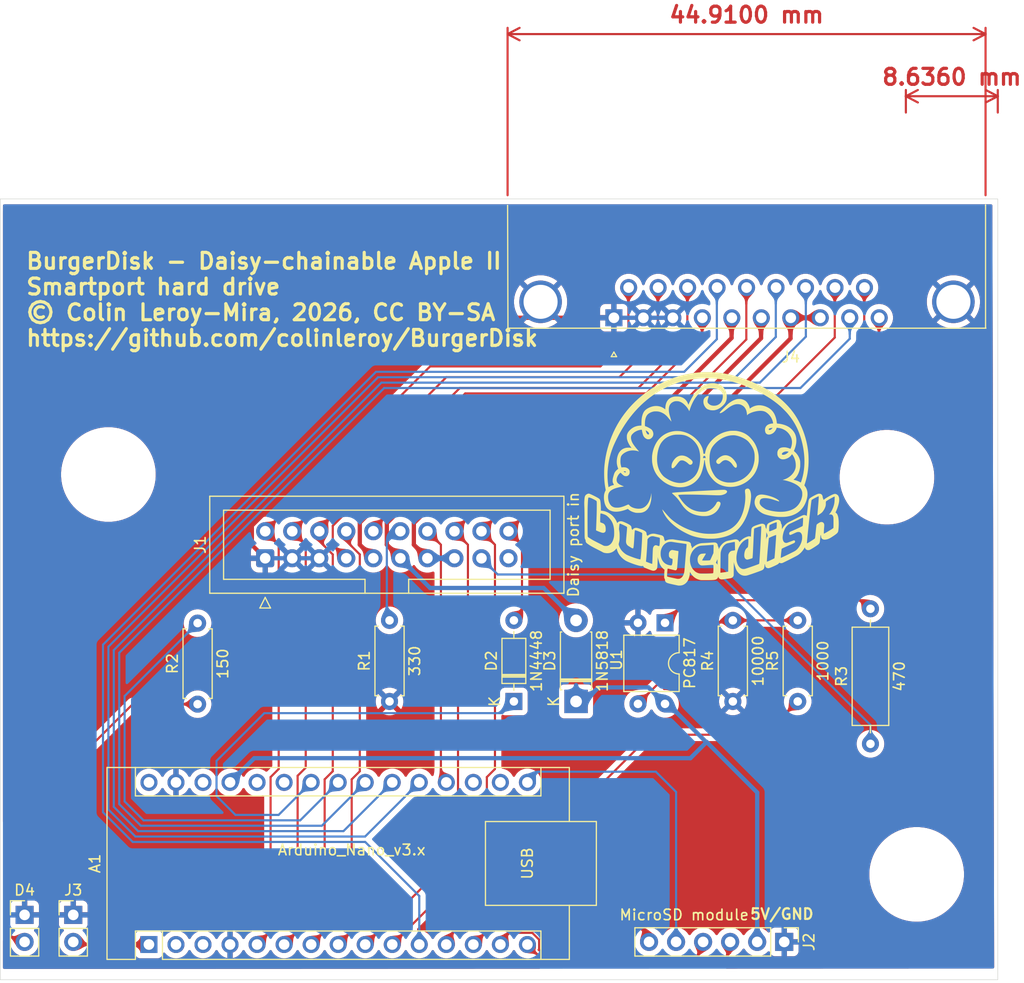
<source format=kicad_pcb>
(kicad_pcb (version 20241229) (generator "pcbnew") (generator_version "9.0")
  (layers (0 "F.Cu" signal) (2 "B.Cu" signal) (13 "F.Paste" user) (15 "B.Paste" user) (5 "F.SilkS" user "F.Silkscreen") (7 "B.SilkS" user "B.Silkscreen") (1 "F.Mask" user) (3 "B.Mask" user) (25 "Edge.Cuts" user))
  (net 0 "")
  (net 1 "TX")
  (net 2 "GND")
  (net 3 "PH0")
  (net 4 "PH1")
  (net 5 "PH2")
  (net 6 "PH3_in")
  (net 7 "RDDATA_in")
  (net 8 "WRDATA")
  (net 9 "PH3_out")
  (net 10 "DRV2_burgerDisk")
  (net 11 "CS")
  (net 12 "MOSI")
  (net 13 "MISO")
  (net 14 "SCK")
  (net 15 "DRV1_in")
  (net 16 "HDSEL_out")
  (net 17 "DRV1_out")
  (net 18 "DRV2_out")
  (net 19 "WRPROT_in")
  (net 20 "5V_burgerDisk")
  (net 21 "WRPROT_out")
  (net 22 "5V_apple2")
  (net 23 "EN3.5")
  (net 24 "-12V")
  (net 25 "+12V")
  (net 26 "DRV2_in")
  (net 27 "WREQ")
  (net 37 "Net-(R3-Pad2)")
  (net 38 "Net-(R4-Pad2)")
  (net 39 "HDSEL_in")
  (net 40 "Net-(D4-A)")
  (net 41 "Net-(A1-A4)")
  (footprint "DSUB-19-angled:DSUB-19_Female_Horizontal_MXS82009-8251-9246" (layer "F.Cu") (at 128.524 49.022 180)
    (property "Reference" "J4" (at -16.62 -3.7 180) (layer "F.SilkS"))
    (property "Value" "Daisy port out")
    (pad "0" thru_hole circle (at -31.9 1.5 180) (size 4 4) (drill 3.2) (layers "*.Cu" "*.Mask") (net 2 "GND"))
    (pad "0" thru_hole circle (at 6.89 1.5 180) (size 4 4) (drill 3.2) (layers "*.Cu" "*.Mask") (net 2 "GND"))
    (pad "1" thru_hole rect (at 0 0 180) (size 1.6 1.6) (drill 1) (layers "*.Cu" "*.Mask") (net 2 "GND"))
    (pad "2" thru_hole circle (at -2.77 0 180) (size 1.6 1.6) (drill 1) (layers "*.Cu" "*.Mask") (net 2 "GND"))
    (pad "3" thru_hole circle (at -5.54 0 180) (size 1.6 1.6) (drill 1) (layers "*.Cu" "*.Mask") (net 2 "GND"))
    (pad "4" thru_hole circle (at -8.31 0 180) (size 1.6 1.6) (drill 1) (layers "*.Cu" "*.Mask") (net 23 "EN3.5"))
    (pad "5" thru_hole circle (at -11.08 0 180) (size 1.6 1.6) (drill 1) (layers "*.Cu" "*.Mask") (net 24 "-12V"))
    (pad "6" thru_hole circle (at -13.85 0 180) (size 1.6 1.6) (drill 1) (layers "*.Cu" "*.Mask") (net 22 "5V_apple2"))
    (pad "7" thru_hole circle (at -16.62 0 180) (size 1.6 1.6) (drill 1) (layers "*.Cu" "*.Mask") (net 25 "+12V"))
    (pad "8" thru_hole circle (at -19.39 0 180) (size 1.6 1.6) (drill 1) (layers "*.Cu" "*.Mask") (net 25 "+12V"))
    (pad "9" thru_hole circle (at -22.16 0 180) (size 1.6 1.6) (drill 1) (layers "*.Cu" "*.Mask") (net 18 "DRV2_out"))
    (pad "10" thru_hole circle (at -24.93 0 180) (size 1.6 1.6) (drill 1) (layers "*.Cu" "*.Mask") (net 21 "WRPROT_out"))
    (pad "11" thru_hole circle (at -1.385 2.84 180) (size 1.6 1.6) (drill 1) (layers "*.Cu" "*.Mask") (net 3 "PH0"))
    (pad "12" thru_hole circle (at -4.155 2.84 180) (size 1.6 1.6) (drill 1) (layers "*.Cu" "*.Mask") (net 4 "PH1"))
    (pad "13" thru_hole circle (at -6.925 2.84 180) (size 1.6 1.6) (drill 1) (layers "*.Cu" "*.Mask") (net 5 "PH2"))
    (pad "14" thru_hole circle (at -9.695 2.84 180) (size 1.6 1.6) (drill 1) (layers "*.Cu" "*.Mask") (net 9 "PH3_out"))
    (pad "15" thru_hole circle (at -12.465 2.84 180) (size 1.6 1.6) (drill 1) (layers "*.Cu" "*.Mask") (net 27 "WREQ"))
    (pad "16" thru_hole circle (at -15.235 2.84 180) (size 1.6 1.6) (drill 1) (layers "*.Cu" "*.Mask") (net 16 "HDSEL_out"))
    (pad "17" thru_hole circle (at -18.005 2.84 180) (size 1.6 1.6) (drill 1) (layers "*.Cu" "*.Mask") (net 17 "DRV1_out"))
    (pad "18" thru_hole circle (at -20.775 2.84 180) (size 1.6 1.6) (drill 1) (layers "*.Cu" "*.Mask") (net 7 "RDDATA_in"))
    (pad "19" thru_hole circle (at -23.545 2.84 180) (size 1.6 1.6) (drill 1) (layers "*.Cu" "*.Mask") (net 8 "WRDATA"))
  )
  (footprint "Diode_THT:D_DO-41_SOD81_P7.62mm_Horizontal" (layer "F.Cu") (at 124.968 85.09 90)
    (property "Reference" "D3" (at 3.81 -2.47 90) (layer "F.SilkS"))
    (property "Value" "1N5818" (at 3.81 2.47 90) (layer "F.SilkS"))
    (fp_text user "K" (at 0 -2.1 90) (layer "F.SilkS"))
    (pad "1" thru_hole rect (at 0 0 90) (size 2.2 2.2) (drill 1.1) (layers "*.Cu" "*.Mask") (net 20 "5V_burgerDisk"))
    (pad "2" thru_hole oval (at 7.62 0 90) (size 2.2 2.2) (drill 1.1) (layers "*.Cu" "*.Mask") (net 22 "5V_apple2"))
  )
  (footprint "Package_DIP:DIP-4_W7.62mm" (layer "F.Cu") (at 133.3246 77.6986 -90)
    (property "Reference" "U1" (at 3.4914 4.5546 90) (layer "F.SilkS"))
    (property "Value" "PC817" (at 3.7914 -2.3254 90) (layer "F.SilkS"))
    (pad "1" thru_hole rect (at 0 0 270) (size 1.6 1.6) (drill 0.8) (layers "*.Cu" "*.Mask") (net 37 "Net-(R3-Pad2)"))
    (pad "2" thru_hole oval (at 0 2.54 270) (size 1.6 1.6) (drill 0.8) (layers "*.Cu" "*.Mask") (net 2 "GND"))
    (pad "3" thru_hole oval (at 7.62 2.54 270) (size 1.6 1.6) (drill 0.8) (layers "*.Cu" "*.Mask") (net 38 "Net-(R4-Pad2)"))
    (pad "4" thru_hole oval (at 7.62 0 270) (size 1.6 1.6) (drill 0.8) (layers "*.Cu" "*.Mask") (net 20 "5V_burgerDisk"))
  )
  (footprint "Resistor_THT:R_Axial_DIN0207_L6.3mm_D2.5mm_P7.62mm_Horizontal" (layer "F.Cu") (at 107.442 85.09 90)
    (property "Reference" "R1" (at 3.81 -2.37 90) (layer "F.SilkS"))
    (property "Value" "330" (at 3.81 2.37 90) (layer "F.SilkS"))
    (pad "1" thru_hole circle (at 0 0 90) (size 1.6 1.6) (drill 0.8) (layers "*.Cu" "*.Mask") (net 2 "GND"))
    (pad "2" thru_hole oval (at 7.62 0 90) (size 1.6 1.6) (drill 0.8) (layers "*.Cu" "*.Mask") (net 39 "HDSEL_in"))
  )
  (footprint "Connector_PinHeader_2.54mm:PinHeader_1x02_P2.54mm_Vertical" (layer "F.Cu") (at 73.152 105.156)
    (property "Reference" "D4" (at 0 -2.33 0) (layer "F.SilkS"))
    (property "Value" "LED")
    (pad "1" thru_hole rect (at 0 0) (size 1.7 1.7) (drill 1) (layers "*.Cu" "*.Mask") (net 2 "GND"))
    (pad "2" thru_hole oval (at 0 2.54) (size 1.7 1.7) (drill 1) (layers "*.Cu" "*.Mask") (net 40 "Net-(D4-A)"))
  )
  (footprint "MountingHole:MountingHole_8.4mm_M8" (layer "F.Cu") (at 154.178 64.008)
    (property "Reference" "REF**")
    (property "Value" "MountingHole_8.4mm_M8")
    (pad "" np_thru_hole circle (at 0 0) (size 8.4 8.4) (drill 8.4) (layers "*.Cu" "*.Mask"))
  )
  (footprint "Connector_PinHeader_2.54mm:PinHeader_1x02_P2.54mm_Vertical" (layer "F.Cu") (at 77.724 105.156)
    (property "Reference" "J3" (at 0 -2.33 0) (layer "F.SilkS"))
    (property "Value" "UART")
    (pad "1" thru_hole rect (at 0 0) (size 1.7 1.7) (drill 1) (layers "*.Cu" "*.Mask") (net 2 "GND"))
    (pad "2" thru_hole oval (at 0 2.54) (size 1.7 1.7) (drill 1) (layers "*.Cu" "*.Mask") (net 1 "TX"))
  )
  (footprint "MountingHole:MountingHole_8.4mm_M8" (layer "F.Cu") (at 81.026 63.754)
    (property "Reference" "REF**")
    (property "Value" "MountingHole_8.4mm_M8")
    (pad "" np_thru_hole circle (at 0 0) (size 8.4 8.4) (drill 8.4) (layers "*.Cu" "*.Mask"))
  )
  (footprint "Resistor_THT:R_Axial_DIN0309_L9.0mm_D3.2mm_P12.70mm_Horizontal" (layer "F.Cu") (at 152.6286 89.0778 90)
    (property "Reference" "R3" (at 6.35 -2.72 90) (layer "F.SilkS"))
    (property "Value" "470" (at 6.35 2.72 90) (layer "F.SilkS"))
    (pad "1" thru_hole circle (at 0 0 90) (size 1.6 1.6) (drill 0.8) (layers "*.Cu" "*.Mask") (net 26 "DRV2_in"))
    (pad "2" thru_hole oval (at 12.7 0 90) (size 1.6 1.6) (drill 0.8) (layers "*.Cu" "*.Mask") (net 37 "Net-(R3-Pad2)"))
  )
  (footprint "Resistor_THT:R_Axial_DIN0207_L6.3mm_D2.5mm_P7.62mm_Horizontal" (layer "F.Cu") (at 139.7 85.09 90)
    (property "Reference" "R4" (at 3.81 -2.37 90) (layer "F.SilkS"))
    (property "Value" "10000" (at 3.81 2.37 90) (layer "F.SilkS"))
    (pad "1" thru_hole circle (at 0 0 90) (size 1.6 1.6) (drill 0.8) (layers "*.Cu" "*.Mask") (net 2 "GND"))
    (pad "2" thru_hole oval (at 7.62 0 90) (size 1.6 1.6) (drill 0.8) (layers "*.Cu" "*.Mask") (net 38 "Net-(R4-Pad2)"))
  )
  (footprint "Module:Arduino_Nano" (layer "F.Cu") (at 84.836 107.94 90)
    (property "Reference" "A1" (at 7.62 -5.08 90) (layer "F.SilkS"))
    (property "Value" "Arduino_Nano_v3.x" (at 8.89 19.05 0) (layer "F.SilkS"))
    (fp_text user "USB" (at 7.62 35.56 90) (layer "F.SilkS"))
    (pad "1" thru_hole rect (at 0 0 90) (size 1.6 1.6) (drill 1) (layers "*.Cu" "*.Mask") (net 1 "TX"))
    (pad "2" thru_hole oval (at 0 2.54 90) (size 1.6 1.6) (drill 1) (layers "*.Cu" "*.Mask"))
    (pad "3" thru_hole oval (at 0 5.08 90) (size 1.6 1.6) (drill 1) (layers "*.Cu" "*.Mask"))
    (pad "4" thru_hole oval (at 0 7.62 90) (size 1.6 1.6) (drill 1) (layers "*.Cu" "*.Mask") (net 2 "GND"))
    (pad "5" thru_hole oval (at 0 10.16 90) (size 1.6 1.6) (drill 1) (layers "*.Cu" "*.Mask") (net 3 "PH0"))
    (pad "6" thru_hole oval (at 0 12.7 90) (size 1.6 1.6) (drill 1) (layers "*.Cu" "*.Mask") (net 4 "PH1"))
    (pad "7" thru_hole oval (at 0 15.24 90) (size 1.6 1.6) (drill 1) (layers "*.Cu" "*.Mask") (net 5 "PH2"))
    (pad "8" thru_hole oval (at 0 17.78 90) (size 1.6 1.6) (drill 1) (layers "*.Cu" "*.Mask") (net 6 "PH3_in"))
    (pad "9" thru_hole oval (at 0 20.32 90) (size 1.6 1.6) (drill 1) (layers "*.Cu" "*.Mask") (net 7 "RDDATA_in"))
    (pad "10" thru_hole oval (at 0 22.86 90) (size 1.6 1.6) (drill 1) (layers "*.Cu" "*.Mask") (net 8 "WRDATA"))
    (pad "11" thru_hole oval (at 0 25.4 90) (size 1.6 1.6) (drill 1) (layers "*.Cu" "*.Mask") (net 9 "PH3_out"))
    (pad "12" thru_hole oval (at 0 27.94 90) (size 1.6 1.6) (drill 1) (layers "*.Cu" "*.Mask") (net 10 "DRV2_burgerDisk"))
    (pad "13" thru_hole oval (at 0 30.48 90) (size 1.6 1.6) (drill 1) (layers "*.Cu" "*.Mask") (net 11 "CS"))
    (pad "14" thru_hole oval (at 0 33.02 90) (size 1.6 1.6) (drill 1) (layers "*.Cu" "*.Mask") (net 12 "MOSI"))
    (pad "15" thru_hole oval (at 0 35.56 90) (size 1.6 1.6) (drill 1) (layers "*.Cu" "*.Mask") (net 13 "MISO"))
    (pad "16" thru_hole oval (at 15.24 35.56 90) (size 1.6 1.6) (drill 1) (layers "*.Cu" "*.Mask") (net 14 "SCK"))
    (pad "17" thru_hole oval (at 15.24 33.02 90) (size 1.6 1.6) (drill 1) (layers "*.Cu" "*.Mask"))
    (pad "18" thru_hole oval (at 15.24 30.48 90) (size 1.6 1.6) (drill 1) (layers "*.Cu" "*.Mask"))
    (pad "19" thru_hole oval (at 15.24 27.94 90) (size 1.6 1.6) (drill 1) (layers "*.Cu" "*.Mask") (net 15 "DRV1_in"))
    (pad "20" thru_hole oval (at 15.24 25.4 90) (size 1.6 1.6) (drill 1) (layers "*.Cu" "*.Mask") (net 16 "HDSEL_out"))
    (pad "21" thru_hole oval (at 15.24 22.86 90) (size 1.6 1.6) (drill 1) (layers "*.Cu" "*.Mask") (net 17 "DRV1_out"))
    (pad "22" thru_hole oval (at 15.24 20.32 90) (size 1.6 1.6) (drill 1) (layers "*.Cu" "*.Mask") (net 18 "DRV2_out"))
    (pad "23" thru_hole oval (at 15.24 17.78 90) (size 1.6 1.6) (drill 1) (layers "*.Cu" "*.Mask") (net 41 "Net-(A1-A4)"))
    (pad "24" thru_hole oval (at 15.24 15.24 90) (size 1.6 1.6) (drill 1) (layers "*.Cu" "*.Mask") (net 19 "WRPROT_in"))
    (pad "25" thru_hole oval (at 15.24 12.7 90) (size 1.6 1.6) (drill 1) (layers "*.Cu" "*.Mask"))
    (pad "26" thru_hole oval (at 15.24 10.16 90) (size 1.6 1.6) (drill 1) (layers "*.Cu" "*.Mask"))
    (pad "27" thru_hole oval (at 15.24 7.62 90) (size 1.6 1.6) (drill 1) (layers "*.Cu" "*.Mask") (net 20 "5V_burgerDisk"))
    (pad "28" thru_hole oval (at 15.24 5.08 90) (size 1.6 1.6) (drill 1) (layers "*.Cu" "*.Mask"))
    (pad "29" thru_hole oval (at 15.24 2.54 90) (size 1.6 1.6) (drill 1) (layers "*.Cu" "*.Mask") (net 2 "GND"))
    (pad "30" thru_hole oval (at 15.24 0 90) (size 1.6 1.6) (drill 1) (layers "*.Cu" "*.Mask"))
  )
  (footprint "Connector_IDC:IDC-Header_2x10_P2.54mm_Vertical" (layer "F.Cu") (at 95.758 71.628 90)
    (property "Reference" "J1" (at 1.27 -6.1 90) (layer "F.SilkS"))
    (property "Value" "Daisy port in" (at 1.27 28.96 90) (layer "F.SilkS"))
    (pad "1" thru_hole roundrect (at 0 0 90) (size 1.7 1.7) (drill 1) (layers "*.Cu" "*.Mask") (roundrect_rratio 0.1470588235) (net 2 "GND"))
    (pad "2" thru_hole circle (at 2.54 0 90) (size 1.7 1.7) (drill 1) (layers "*.Cu" "*.Mask") (net 3 "PH0"))
    (pad "3" thru_hole circle (at 0 2.54 90) (size 1.7 1.7) (drill 1) (layers "*.Cu" "*.Mask") (net 2 "GND"))
    (pad "4" thru_hole circle (at 2.54 2.54 90) (size 1.7 1.7) (drill 1) (layers "*.Cu" "*.Mask") (net 4 "PH1"))
    (pad "5" thru_hole circle (at 0 5.08 90) (size 1.7 1.7) (drill 1) (layers "*.Cu" "*.Mask") (net 2 "GND"))
    (pad "6" thru_hole circle (at 2.54 5.08 90) (size 1.7 1.7) (drill 1) (layers "*.Cu" "*.Mask") (net 5 "PH2"))
    (pad "7" thru_hole circle (at 0 7.62 90) (size 1.7 1.7) (drill 1) (layers "*.Cu" "*.Mask") (net 23 "EN3.5"))
    (pad "8" thru_hole circle (at 2.54 7.62 90) (size 1.7 1.7) (drill 1) (layers "*.Cu" "*.Mask") (net 6 "PH3_in"))
    (pad "9" thru_hole circle (at 0 10.16 90) (size 1.7 1.7) (drill 1) (layers "*.Cu" "*.Mask") (net 24 "-12V"))
    (pad "10" thru_hole circle (at 2.54 10.16 90) (size 1.7 1.7) (drill 1) (layers "*.Cu" "*.Mask") (net 27 "WREQ"))
    (pad "11" thru_hole circle (at 0 12.7 90) (size 1.7 1.7) (drill 1) (layers "*.Cu" "*.Mask") (net 22 "5V_apple2"))
    (pad "12" thru_hole circle (at 2.54 12.7 90) (size 1.7 1.7) (drill 1) (layers "*.Cu" "*.Mask") (net 39 "HDSEL_in"))
    (pad "13" thru_hole circle (at 0 15.24 90) (size 1.7 1.7) (drill 1) (layers "*.Cu" "*.Mask") (net 25 "+12V"))
    (pad "14" thru_hole circle (at 2.54 15.24 90) (size 1.7 1.7) (drill 1) (layers "*.Cu" "*.Mask") (net 15 "DRV1_in"))
    (pad "15" thru_hole circle (at 0 17.78 90) (size 1.7 1.7) (drill 1) (layers "*.Cu" "*.Mask") (net 25 "+12V"))
    (pad "16" thru_hole circle (at 2.54 17.78 90) (size 1.7 1.7) (drill 1) (layers "*.Cu" "*.Mask") (net 7 "RDDATA_in"))
    (pad "17" thru_hole circle (at 0 20.32 90) (size 1.7 1.7) (drill 1) (layers "*.Cu" "*.Mask") (net 26 "DRV2_in"))
    (pad "18" thru_hole circle (at 2.54 20.32 90) (size 1.7 1.7) (drill 1) (layers "*.Cu" "*.Mask") (net 8 "WRDATA"))
    (pad "19" thru_hole circle (at 0 22.86 90) (size 1.7 1.7) (drill 1) (layers "*.Cu" "*.Mask"))
    (pad "20" thru_hole circle (at 2.54 22.86 90) (size 1.7 1.7) (drill 1) (layers "*.Cu" "*.Mask") (net 21 "WRPROT_out"))
  )
  (footprint "Connector_PinHeader_2.54mm:PinHeader_1x06_P2.54mm_Vertical" (layer "F.Cu") (at 144.526 107.696 -90)
    (property "Reference" "J2" (at 0 -2.33 270) (layer "F.SilkS"))
    (property "Value" "MicroSD module" (at -2.54 9.398 0) (layer "F.SilkS"))
    (pad "1" thru_hole rect (at 0 0 270) (size 1.7 1.7) (drill 1) (layers "*.Cu" "*.Mask") (net 2 "GND"))
    (pad "2" thru_hole oval (at 0 2.54 270) (size 1.7 1.7) (drill 1) (layers "*.Cu" "*.Mask") (net 20 "5V_burgerDisk"))
    (pad "3" thru_hole oval (at 0 5.08 270) (size 1.7 1.7) (drill 1) (layers "*.Cu" "*.Mask") (net 13 "MISO"))
    (pad "4" thru_hole oval (at 0 7.62 270) (size 1.7 1.7) (drill 1) (layers "*.Cu" "*.Mask") (net 12 "MOSI"))
    (pad "5" thru_hole oval (at 0 10.16 270) (size 1.7 1.7) (drill 1) (layers "*.Cu" "*.Mask") (net 14 "SCK"))
    (pad "6" thru_hole oval (at 0 12.7 270) (size 1.7 1.7) (drill 1) (layers "*.Cu" "*.Mask") (net 11 "CS"))
  )
  (footprint "Diode_THT:D_DO-35_SOD27_P7.62mm_Horizontal" (layer "F.Cu") (at 119.126 85.09 90)
    (property "Reference" "D2" (at 3.81 -2.12 90) (layer "F.SilkS"))
    (property "Value" "1N4448" (at 3.81 2.12 90) (layer "F.SilkS"))
    (fp_text user "K" (at 0 -1.8 90) (layer "F.SilkS"))
    (pad "1" thru_hole rect (at 0 0 90) (size 1.6 1.6) (drill 0.8) (layers "*.Cu" "*.Mask") (net 19 "WRPROT_in"))
    (pad "2" thru_hole oval (at 7.62 0 90) (size 1.6 1.6) (drill 0.8) (layers "*.Cu" "*.Mask") (net 21 "WRPROT_out"))
  )
  (footprint "LOGO" (layer "F.Cu") (at 137.6934 64.2366)
    (property "Reference" "G***")
    (property "Value" "LOGO" (hide yes))
  )
  (footprint "Resistor_THT:R_Axial_DIN0207_L6.3mm_D2.5mm_P7.62mm_Horizontal" (layer "F.Cu") (at 89.408 85.344 90)
    (property "Reference" "R2" (at 3.81 -2.37 90) (layer "F.SilkS"))
    (property "Value" "150" (at 3.81 2.37 90) (layer "F.SilkS"))
    (pad "1" thru_hole circle (at 0 0 90) (size 1.6 1.6) (drill 0.8) (layers "*.Cu" "*.Mask") (net 40 "Net-(D4-A)"))
    (pad "2" thru_hole oval (at 7.62 0 90) (size 1.6 1.6) (drill 0.8) (layers "*.Cu" "*.Mask") (net 41 "Net-(A1-A4)"))
  )
  (footprint "MountingHole:MountingHole_8.4mm_M8" (layer "F.Cu") (at 156.972 101.346)
    (property "Reference" "REF**")
    (property "Value" "MountingHole_8.4mm_M8")
    (pad "" np_thru_hole circle (at 0 0) (size 8.4 8.4) (drill 8.4) (layers "*.Cu" "*.Mask"))
  )
  (footprint "Resistor_THT:R_Axial_DIN0207_L6.3mm_D2.5mm_P7.62mm_Horizontal" (layer "F.Cu") (at 145.796 85.09 90)
    (property "Reference" "R5" (at 3.81 -2.37 90) (layer "F.SilkS"))
    (property "Value" "1000" (at 3.81 2.37 90) (layer "F.SilkS"))
    (pad "1" thru_hole circle (at 0 0 90) (size 1.6 1.6) (drill 0.8) (layers "*.Cu" "*.Mask") (net 10 "DRV2_burgerDisk"))
    (pad "2" thru_hole oval (at 7.62 0 90) (size 1.6 1.6) (drill 0.8) (layers "*.Cu" "*.Mask") (net 38 "Net-(R4-Pad2)"))
  )
  (gr_rect (start 70.866 37.846) (end 164.592 111.252) (stroke (width 0.05)) (fill no) (layer "Edge.Cuts"))
  (gr_text "5V/GND" (at 141.224 105.664 0) (layer "F.SilkS") (effects (font (size 1 1) (thickness 0.2) (bold yes)) (justify left bottom)))
  (gr_text "BurgerDisk - Daisy-chainable Apple II \nSmartport hard drive\n© Colin Leroy-Mira, 2026, CC BY-SA\nhttps://github.com/colinleroy/BurgerDisk" (at 73.152 51.816 0) (layer "F.SilkS") (effects (font (size 1.5 1.5) (thickness 0.3) (bold yes)) (justify left bottom)))
  (dimension (type aligned) (layer "F.Cu") (pts (xy 118.534 38) (xy 163.444 38)) (height -15.648) (format (prefix "") (suffix "") (units 3) (units_format 1) (precision 4)) (style (thickness 0.2) (arrow_length 1.27) (text_position_mode 0) (arrow_direction outward) (extension_height 0.58642) (extension_offset 0.5) (keep_text_aligned yes)) (gr_text "44,9100 mm" (at 140.989 20.552 0) (layer "F.Cu") (effects (font (size 1.5 1.5) (thickness 0.3)))))
  (dimension (type aligned) (layer "F.Cu") (pts (xy 155.956 30.226) (xy 164.592 30.226)) (height -2.032) (format (prefix "") (suffix "") (units 3) (units_format 1) (precision 4)) (style (thickness 0.2) (arrow_length 1.27) (text_position_mode 0) (arrow_direction outward) (extension_height 0.58642) (extension_offset 0.5) (keep_text_aligned yes)) (gr_text "8,6360 mm" (at 160.274 26.394 0) (layer "F.Cu") (effects (font (size 1.5 1.5) (thickness 0.3)))))
  (segment (start 77.724 107.696) (end 77.973 107.945) (width 0.2) (layer "F.Cu") (net 1))
  (segment (start 77.973 107.945) (end 84.831 107.945) (width 0.2) (layer "F.Cu") (net 1))
  (segment (start 84.831 107.945) (end 84.836 107.94) (width 0.2) (layer "F.Cu") (net 1))
  (segment (start 73.152 105.156) (end 73.406 105.41) (width 0.2) (layer "F.Cu") (net 2))
  (segment (start 114.054818 49.022) (end 128.524 49.022) (width 0.4) (layer "F.Cu") (net 2))
  (segment (start 94.507 68.569818) (end 114.054818 49.022) (width 0.4) (layer "F.Cu") (net 2))
  (segment (start 139.69 85.08) (end 139.7 85.09) (width 0.2) (layer "F.Cu") (net 2))
  (segment (start 94.507 70.377) (end 94.507 68.569818) (width 0.4) (layer "F.Cu") (net 2))
  (segment (start 95.758 71.628) (end 94.507 70.377) (width 0.4) (layer "F.Cu") (net 2))
  (segment (start 77.47 105.41) (end 77.724 105.156) (width 0.2) (layer "F.Cu") (net 2))
  (segment (start 131.294 49.022) (end 134.064 49.022) (width 0.4) (layer "B.Cu") (net 2))
  (segment (start 95.758 71.628) (end 98.298 71.628) (width 0.4) (layer "B.Cu") (net 2))
  (segment (start 128.524 49.022) (end 131.294 49.022) (width 0.4) (layer "B.Cu") (net 2))
  (segment (start 98.298 71.628) (end 100.838 71.628) (width 0.4) (layer "B.Cu") (net 2))
  (segment (start 95.758 69.088) (end 111.252 53.594) (width 0.2) (layer "F.Cu") (net 3))
  (segment (start 97.028 70.358) (end 97.028 91.44) (width 0.2) (layer "F.Cu") (net 3))
  (segment (start 96.266 92.202) (end 96.266 106.67) (width 0.2) (layer "F.Cu") (net 3))
  (segment (start 95.758 69.088) (end 97.028 70.358) (width 0.2) (layer "F.Cu") (net 3))
  (segment (start 129.885 50.963) (end 129.885 46.206) (width 0.2) (layer "F.Cu") (net 3))
  (segment (start 97.028 91.44) (end 96.266 92.202) (width 0.2) (layer "F.Cu") (net 3))
  (segment (start 127.254 53.594) (end 129.885 50.963) (width 0.2) (layer "F.Cu") (net 3))
  (segment (start 111.252 53.594) (end 127.254 53.594) (width 0.2) (layer "F.Cu") (net 3))
  (segment (start 96.266 106.67) (end 94.996 107.94) (width 0.2) (layer "F.Cu") (net 3))
  (segment (start 129.885 46.206) (end 129.909 46.182) (width 0.2) (layer "F.Cu") (net 3))
  (segment (start 112.776 54.61) (end 129.032 54.61) (width 0.2) (layer "F.Cu") (net 4))
  (segment (start 99.568 91.312365) (end 98.806 92.074365) (width 0.2) (layer "F.Cu") (net 4))
  (segment (start 132.655 46.206) (end 132.679 46.182) (width 0.2) (layer "F.Cu") (net 4))
  (segment (start 98.806 92.074365) (end 98.806 106.67) (width 0.2) (layer "F.Cu") (net 4))
  (segment (start 98.806 106.67) (end 97.536 107.94) (width 0.2) (layer "F.Cu") (net 4))
  (segment (start 129.032 54.61) (end 132.655 50.987) (width 0.2) (layer "F.Cu") (net 4))
  (segment (start 98.298 69.088) (end 112.776 54.61) (width 0.2) (layer "F.Cu") (net 4))
  (segment (start 98.298 69.088) (end 99.568 70.358) (width 0.2) (layer "F.Cu") (net 4))
  (segment (start 99.568 70.358) (end 99.568 91.312365) (width 0.2) (layer "F.Cu") (net 4))
  (segment (start 132.655 50.987) (end 132.655 46.206) (width 0.2) (layer "F.Cu") (net 4))
  (segment (start 100.838 70.001654) (end 102.108 71.271654) (width 0.2) (layer "F.Cu") (net 5))
  (segment (start 101.346 106.67) (end 100.076 107.94) (width 0.2) (layer "F.Cu") (net 5))
  (segment (start 135.425 51.011) (end 135.425 46.206) (width 0.2) (layer "F.Cu") (net 5))
  (segment (start 101.346 92.414365) (end 101.346 106.67) (width 0.2) (layer "F.Cu") (net 5))
  (segment (start 135.425 46.206) (end 135.449 46.182) (width 0.2) (layer "F.Cu") (net 5))
  (segment (start 100.838 69.088) (end 100.838 68.834) (width 0.2) (layer "F.Cu") (net 5))
  (segment (start 102.108 71.271654) (end 102.108 91.652365) (width 0.2) (layer "F.Cu") (net 5))
  (segment (start 102.108 91.652365) (end 101.346 92.414365) (width 0.2) (layer "F.Cu") (net 5))
  (segment (start 100.838 68.834) (end 114.046 55.626) (width 0.2) (layer "F.Cu") (net 5))
  (segment (start 114.046 55.626) (end 130.81 55.626) (width 0.2) (layer "F.Cu") (net 5))
  (segment (start 130.81 55.626) (end 135.425 51.011) (width 0.2) (layer "F.Cu") (net 5))
  (segment (start 100.838 69.088) (end 100.838 70.001654) (width 0.2) (layer "F.Cu") (net 5))
  (segment (start 103.378 70.001654) (end 104.648 71.271654) (width 0.2) (layer "F.Cu") (net 6))
  (segment (start 104.648 71.271654) (end 104.648 91.652365) (width 0.2) (layer "F.Cu") (net 6))
  (segment (start 104.648 91.652365) (end 103.886 92.414365) (width 0.2) (layer "F.Cu") (net 6))
  (segment (start 103.886 92.414365) (end 103.886 106.67) (width 0.2) (layer "F.Cu") (net 6))
  (segment (start 103.886 106.67) (end 102.616 107.94) (width 0.2) (layer "F.Cu") (net 6))
  (segment (start 103.378 69.088) (end 103.378 70.001654) (width 0.2) (layer "F.Cu") (net 6))
  (segment (start 123.614 59.012) (end 141.14 59.012) (width 0.2) (layer "F.Cu") (net 7))
  (segment (start 105.156 107.94) (end 113.876 99.22) (width 0.2) (layer "F.Cu") (net 7))
  (segment (start 149.275 50.877) (end 149.275 46.206) (width 0.2) (layer "F.Cu") (net 7))
  (segment (start 149.275 46.206) (end 149.299 46.182) (width 0.2) (layer "F.Cu") (net 7))
  (segment (start 113.538 69.088) (end 123.614 59.012) (width 0.2) (layer "F.Cu") (net 7))
  (segment (start 113.876 99.22) (end 113.876 85.428) (width 0.2) (layer "F.Cu") (net 7))
  (segment (start 114.808 70.358) (end 113.538 69.088) (width 0.2) (layer "F.Cu") (net 7))
  (segment (start 114.808 84.496) (end 114.808 70.358) (width 0.2) (layer "F.Cu") (net 7))
  (segment (start 113.876 85.428) (end 114.808 84.496) (width 0.2) (layer "F.Cu") (net 7))
  (segment (start 141.14 59.012) (end 149.275 50.877) (width 0.2) (layer "F.Cu") (net 7))
  (segment (start 116.586 92.202) (end 116.586 99.05) (width 0.2) (layer "F.Cu") (net 8))
  (segment (start 152.045 50.859343) (end 152.045 46.206) (width 0.2) (layer "F.Cu") (net 8))
  (segment (start 116.078 69.088) (end 117.348 70.358) (width 0.2) (layer "F.Cu") (net 8))
  (segment (start 117.348 70.358) (end 117.348 91.44) (width 0.2) (layer "F.Cu") (net 8))
  (segment (start 116.586 99.05) (end 107.696 107.94) (width 0.2) (layer "F.Cu") (net 8))
  (segment (start 125.73 59.436) (end 143.468343 59.436) (width 0.2) (layer "F.Cu") (net 8))
  (segment (start 117.348 91.44) (end 116.586 92.202) (width 0.2) (layer "F.Cu") (net 8))
  (segment (start 143.468343 59.436) (end 152.045 50.859343) (width 0.2) (layer "F.Cu") (net 8))
  (segment (start 116.078 69.088) (end 125.73 59.436) (width 0.2) (layer "F.Cu") (net 8))
  (segment (start 152.045 46.206) (end 152.069 46.182) (width 0.2) (layer "F.Cu") (net 8))
  (segment (start 105.156 98.298) (end 83.312 98.298) (width 0.2) (layer "B.Cu") (net 9))
  (segment (start 106.172 54.102) (end 135.128 54.102) (width 0.2) (layer "B.Cu") (net 9))
  (segment (start 135.128 54.102) (end 138.195 51.035) (width 0.2) (layer "B.Cu") (net 9))
  (segment (start 138.195 46.206) (end 138.219 46.182) (width 0.2) (layer "B.Cu") (net 9))
  (segment (start 80.518 95.504) (end 80.518 79.756) (width 0.2) (layer "B.Cu") (net 9))
  (segment (start 110.236 107.94) (end 110.236 103.378) (width 0.2) (layer "B.Cu") (net 9))
  (segment (start 138.195 51.035) (end 138.195 46.206) (width 0.2) (layer "B.Cu") (net 9))
  (segment (start 83.312 98.298) (end 80.518 95.504) (width 0.2) (layer "B.Cu") (net 9))
  (segment (start 110.236 103.378) (end 105.156 98.298) (width 0.2) (layer "B.Cu") (net 9))
  (segment (start 80.518 79.756) (end 106.172 54.102) (width 0.2) (layer "B.Cu") (net 9))
  (segment (start 132.001 88.217) (end 142.669 88.217) (width 0.2) (layer "F.Cu") (net 10))
  (segment (start 112.776 107.442) (end 132.001 88.217) (width 0.2) (layer "F.Cu") (net 10))
  (segment (start 112.776 107.94) (end 112.776 107.442) (width 0.2) (layer "F.Cu") (net 10))
  (segment (start 142.669 88.217) (end 145.796 85.09) (width 0.2) (layer "F.Cu") (net 10))
  (segment (start 115.316 107.94) (end 116.816 106.44) (width 0.2) (layer "F.Cu") (net 11))
  (segment (start 116.816 106.44) (end 131.05 106.44) (width 0.2) (layer "F.Cu") (net 11))
  (segment (start 131.826 107.216) (end 131.826 107.696) (width 0.2) (layer "F.Cu") (net 11))
  (segment (start 131.05 106.44) (end 131.826 107.216) (width 0.2) (layer "F.Cu") (net 11))
  (segment (start 121.456661 108.434975) (end 122.495686 109.474) (width 0.2) (layer "F.Cu") (net 12))
  (segment (start 118.712 106.84) (end 120.851635 106.84) (width 0.2) (layer "F.Cu") (net 12))
  (segment (start 117.856 107.94) (end 117.856 107.696) (width 0.2) (layer "F.Cu") (net 12))
  (segment (start 136.906 108.458) (end 136.906 107.696) (width 0.2) (layer "F.Cu") (net 12))
  (segment (start 117.856 107.696) (end 118.712 106.84) (width 0.2) (layer "F.Cu") (net 12))
  (segment (start 121.496 108.395635) (end 121.456661 108.434975) (width 0.2) (layer "F.Cu") (net 12))
  (segment (start 122.495686 109.474) (end 135.89 109.474) (width 0.2) (layer "F.Cu") (net 12))
  (segment (start 121.496 107.484365) (end 121.496 108.395635) (width 0.2) (layer "F.Cu") (net 12))
  (segment (start 135.89 109.474) (end 136.906 108.458) (width 0.2) (layer "F.Cu") (net 12))
  (segment (start 120.851635 106.84) (end 121.496 107.484365) (width 0.2) (layer "F.Cu") (net 12))
  (segment (start 120.396 107.94) (end 122.438 109.982) (width 0.2) (layer "F.Cu") (net 13))
  (segment (start 138.176 109.982) (end 139.446 108.712) (width 0.2) (layer "F.Cu") (net 13))
  (segment (start 139.446 108.712) (end 139.446 107.696) (width 0.2) (layer "F.Cu") (net 13))
  (segment (start 122.438 109.982) (end 138.176 109.982) (width 0.2) (layer "F.Cu") (net 13))
  (segment (start 134.366 93.599) (end 134.366 107.696) (width 0.2) (layer "B.Cu") (net 14))
  (segment (start 121.402 91.694) (end 132.461 91.694) (width 0.2) (layer "B.Cu") (net 14))
  (segment (start 132.461 91.694) (end 134.366 93.599) (width 0.2) (layer "B.Cu") (net 14))
  (segment (start 120.396 92.7) (end 121.402 91.694) (width 0.2) (layer "B.Cu") (net 14))
  (segment (start 112.268 70.358) (end 112.268 92.192) (width 0.2) (layer "F.Cu") (net 15))
  (segment (start 110.998 69.088) (end 112.268 70.358) (width 0.2) (layer "F.Cu") (net 15))
  (segment (start 112.268 92.192) (end 112.776 92.7) (width 0.2) (layer "F.Cu") (net 15))
  (segment (start 139.954 54.61) (end 143.735 50.829) (width 0.2) (layer "B.Cu") (net 16))
  (segment (start 83.566 97.79) (end 81.026 95.25) (width 0.2) (layer "B.Cu") (net 16))
  (segment (start 110.236 92.7) (end 105.146 97.79) (width 0.2) (layer "B.Cu") (net 16))
  (segment (start 143.735 46.206) (end 143.759 46.182) (width 0.2) (layer "B.Cu") (net 16))
  (segment (start 105.146 97.79) (end 83.566 97.79) (width 0.2) (layer "B.Cu") (net 16))
  (segment (start 106.3625 54.61) (end 139.954 54.61) (width 0.2) (layer "B.Cu") (net 16))
  (segment (start 143.735 50.829) (end 143.735 46.206) (width 0.2) (layer "B.Cu") (net 16))
  (segment (start 81.026 79.9465) (end 106.3625 54.61) (width 0.2) (layer "B.Cu") (net 16))
  (segment (start 81.026 95.25) (end 81.026 79.9465) (width 0.2) (layer "B.Cu") (net 16))
  (segment (start 142.24 55.118) (end 146.558 50.8) (width 0.2) (layer "B.Cu") (net 17))
  (segment (start 146.558 46.211) (end 146.529 46.182) (width 0.2) (layer "B.Cu") (net 17))
  (segment (start 81.534 80.264) (end 106.68 55.118) (width 0.2) (layer "B.Cu") (net 17))
  (segment (start 103.114 97.282) (end 83.82 97.282) (width 0.2) (layer "B.Cu") (net 17))
  (segment (start 146.558 50.8) (end 146.558 46.211) (width 0.2) (layer "B.Cu") (net 17))
  (segment (start 107.696 92.7) (end 103.114 97.282) (width 0.2) (layer "B.Cu") (net 17))
  (segment (start 83.82 97.282) (end 81.534 94.996) (width 0.2) (layer "B.Cu") (net 17))
  (segment (start 81.534 94.996) (end 81.534 80.264) (width 0.2) (layer "B.Cu") (net 17))
  (segment (start 106.68 55.118) (end 142.24 55.118) (width 0.2) (layer "B.Cu") (net 17))
  (segment (start 150.684 50.992) (end 150.684 49.022) (width 0.2) (layer "B.Cu") (net 18))
  (segment (start 105.156 92.7) (end 101.082 96.774) (width 0.2) (layer "B.Cu") (net 18))
  (segment (start 84.074 96.774) (end 82.042 94.742) (width 0.2) (layer "B.Cu") (net 18))
  (segment (start 101.082 96.774) (end 84.074 96.774) (width 0.2) (layer "B.Cu") (net 18))
  (segment (start 82.042 94.742) (end 82.042 80.518) (width 0.2) (layer "B.Cu") (net 18))
  (segment (start 106.934 55.626) (end 146.05 55.626) (width 0.2) (layer "B.Cu") (net 18))
  (segment (start 146.05 55.626) (end 150.684 50.992) (width 0.2) (layer "B.Cu") (net 18))
  (segment (start 82.042 80.518) (end 106.934 55.626) (width 0.2) (layer "B.Cu") (net 18))
  (segment (start 91.186 90.678) (end 95.674 86.19) (width 0.2) (layer "B.Cu") (net 19))
  (segment (start 97.018 95.758) (end 92.964 95.758) (width 0.2) (layer "B.Cu") (net 19))
  (segment (start 100.076 92.7) (end 97.018 95.758) (width 0.2) (layer "B.Cu") (net 19))
  (segment (start 118.026 86.19) (end 119.126 85.09) (width 0.2) (layer "B.Cu") (net 19))
  (segment (start 91.186 93.98) (end 91.186 90.678) (width 0.2) (layer "B.Cu") (net 19))
  (segment (start 92.964 95.758) (end 91.186 93.98) (width 0.2) (layer "B.Cu") (net 19))
  (segment (start 95.674 86.19) (end 118.026 86.19) (width 0.2) (layer "B.Cu") (net 19))
  (segment (start 141.986 107.696) (end 141.986 93.6498) (width 0.4) (layer "B.Cu") (net 20))
  (segment (start 92.456 92.7) (end 94.732 90.424) (width 0.4) (layer "B.Cu") (net 20))
  (segment (start 131.7752 83.7692) (end 133.3246 85.3186) (width 0.4) (layer "B.Cu") (net 20))
  (segment (start 124.968 85.09) (end 124.968 83.551) (width 0.4) (layer "B.Cu") (net 20))
  (segment (start 133.604 85.3186) (end 133.3246 85.3186) (width 0.4) (layer "B.Cu") (net 20))
  (segment (start 94.732 90.424) (end 135.7122 90.424) (width 0.4) (layer "B.Cu") (net 20))
  (segment (start 137.1854 88.9) (end 133.604 85.3186) (width 0.4) (layer "B.Cu") (net 20))
  (segment (start 125.7554 85.09) (end 127.0762 83.7692) (width 0.4) (layer "B.Cu") (net 20))
  (segment (start 137.2362 88.9) (end 137.1854 88.9) (width 0.4) (layer "B.Cu") (net 20))
  (segment (start 124.968 85.09) (end 125.7554 85.09) (width 0.4) (layer "B.Cu") (net 20))
  (segment (start 135.7122 90.424) (end 137.2362 88.9) (width 0.4) (layer "B.Cu") (net 20))
  (segment (start 127.0762 83.7692) (end 131.7752 83.7692) (width 0.4) (layer "B.Cu") (net 20))
  (segment (start 141.986 93.6498) (end 137.2362 88.9) (width 0.4) (layer "B.Cu") (net 20))
  (segment (start 127.87 59.836) (end 144.634 59.836) (width 0.2) (layer "F.Cu") (net 21))
  (segment (start 118.618 69.088) (end 119.888 70.358) (width 0.2) (layer "F.Cu") (net 21))
  (segment (start 144.634 59.836) (end 153.43 51.04) (width 0.2) (layer "F.Cu") (net 21))
  (segment (start 118.618 69.088) (end 127.87 59.836) (width 0.2) (layer "F.Cu") (net 21))
  (segment (start 153.43 51.04) (end 153.43 49.046) (width 0.2) (layer "F.Cu") (net 21))
  (segment (start 153.43 49.046) (end 153.454 49.022) (width 0.2) (layer "F.Cu") (net 21))
  (segment (start 119.888 76.454) (end 118.872 77.47) (width 0.2) (layer "F.Cu") (net 21))
  (segment (start 119.888 70.358) (end 119.888 76.454) (width 0.2) (layer "F.Cu") (net 21))
  (segment (start 117.602 57.912) (end 135.382 57.912) (width 0.4) (layer "F.Cu") (net 22))
  (segment (start 142.35 49.046) (end 142.374 49.022) (width 0.4) (layer "F.Cu") (net 22))
  (segment (start 135.382 57.912) (end 142.35 50.944) (width 0.4) (layer "F.Cu") (net 22))
  (segment (start 108.458 71.628) (end 107.188 70.358) (width 0.4) (layer "F.Cu") (net 22))
  (segment (start 107.188 70.358) (end 107.188 68.326) (width 0.4) (layer "F.Cu") (net 22))
  (segment (start 142.35 50.944) (end 142.35 49.046) (width 0.4) (layer "F.Cu") (net 22))
  (segment (start 107.188 68.326) (end 117.602 57.912) (width 0.4) (layer "F.Cu") (net 22))
  (segment (start 108.458 71.628) (end 111.252 74.422) (width 0.4) (layer "B.Cu") (net 22))
  (segment (start 111.252 74.422) (end 121.92 74.422) (width 0.4) (layer "B.Cu") (net 22))
  (segment (start 121.92 74.422) (end 124.968 77.47) (width 0.4) (layer "B.Cu") (net 22))
  (segment (start 103.378 71.628) (end 102.108 70.358) (width 0.2) (layer "F.Cu") (net 23))
  (segment (start 102.108 68.58) (end 114.554 56.134) (width 0.2) (layer "F.Cu") (net 23))
  (segment (start 136.81 49.046) (end 136.834 49.022) (width 0.2) (layer "F.Cu") (net 23))
  (segment (start 136.81 50.896) (end 136.81 49.046) (width 0.2) (layer "F.Cu") (net 23))
  (segment (start 102.108 70.358) (end 102.108 68.58) (width 0.2) (layer "F.Cu") (net 23))
  (segment (start 114.554 56.134) (end 131.572 56.134) (width 0.2) (layer "F.Cu") (net 23))
  (segment (start 131.572 56.134) (end 136.81 50.896) (width 0.2) (layer "F.Cu") (net 23))
  (segment (start 139.58 49.046) (end 139.604 49.022) (width 0.4) (layer "F.Cu") (net 24))
  (segment (start 139.58 50.92) (end 139.58 49.046) (width 0.4) (layer "F.Cu") (net 24))
  (segment (start 133.604 56.896) (end 139.58 50.92) (width 0.4) (layer "F.Cu") (net 24))
  (segment (start 104.648 70.358) (end 104.648 68.281827) (width 0.4) (layer "F.Cu") (net 24))
  (segment (start 104.648 68.281827) (end 116.033827 56.896) (width 0.4) (layer "F.Cu") (net 24))
  (segment (start 105.918 71.628) (end 104.648 70.358) (width 0.4) (layer "F.Cu") (net 24))
  (segment (start 116.033827 56.896) (end 133.604 56.896) (width 0.4) (layer "F.Cu") (net 24))
  (segment (start 145.144 49.022) (end 147.914 49.022) (width 0.4) (layer "F.Cu") (net 25))
  (segment (start 109.728 70.358) (end 109.728 68.326) (width 0.4) (layer "F.Cu") (net 25))
  (segment (start 145.12 49.046) (end 145.144 49.022) (width 0.4) (layer "F.Cu") (net 25))
  (segment (start 119.542 58.512) (end 137.576 58.512) (width 0.4) (layer "F.Cu") (net 25))
  (segment (start 137.576 58.512) (end 145.12 50.968) (width 0.4) (layer "F.Cu") (net 25))
  (segment (start 109.728 68.326) (end 119.542 58.512) (width 0.4) (layer "F.Cu") (net 25))
  (segment (start 110.998 71.628) (end 109.728 70.358) (width 0.4) (layer "F.Cu") (net 25))
  (segment (start 145.12 50.968) (end 145.12 49.046) (width 0.4) (layer "F.Cu") (net 25))
  (segment (start 110.998 71.628) (end 113.538 71.628) (width 0.4) (layer "B.Cu") (net 25))
  (segment (start 152.6286 87.2998) (end 152.6286 89.0778) (width 0.2) (layer "B.Cu") (net 26))
  (segment (start 117.602 73.152) (end 138.4808 73.152) (width 0.2) (layer "B.Cu") (net 26))
  (segment (start 116.078 71.628) (end 117.602 73.152) (width 0.2) (layer "B.Cu") (net 26))
  (segment (start 138.4808 73.152) (end 152.6286 87.2998) (width 0.2) (layer "B.Cu") (net 26))
  (segment (start 134.62 57.404) (end 140.965 51.059) (width 0.2) (layer "F.Cu") (net 27))
  (segment (start 105.918 69.088) (end 105.918 68.834) (width 0.2) (layer "F.Cu") (net 27))
  (segment (start 140.965 51.059) (end 140.965 46.206) (width 0.2) (layer "F.Cu") (net 27))
  (segment (start 117.348 57.404) (end 134.62 57.404) (width 0.2) (layer "F.Cu") (net 27))
  (segment (start 140.965 46.206) (end 140.989 46.182) (width 0.2) (layer "F.Cu") (net 27))
  (segment (start 105.918 68.834) (end 117.348 57.404) (width 0.2) (layer "F.Cu") (net 27))
  (segment (start 151.828601 75.577801) (end 152.6286 76.3778) (width 0.2) (layer "F.Cu") (net 37))
  (segment (start 135.445399 75.577801) (end 151.828601 75.577801) (width 0.2) (layer "F.Cu") (net 37))
  (segment (start 133.3246 77.6986) (end 135.445399 75.577801) (width 0.2) (layer "F.Cu") (net 37))
  (segment (start 139.69 77.46) (end 139.7 77.47) (width 0.2) (layer "F.Cu") (net 38))
  (segment (start 130.7846 85.3186) (end 138.6332 77.47) (width 0.2) (layer "F.Cu") (net 38))
  (segment (start 138.6332 77.47) (end 139.7 77.47) (width 0.2) (layer "F.Cu") (net 38))
  (segment (start 139.7 77.47) (end 145.796 77.47) (width 0.2) (layer "F.Cu") (net 38))
  (segment (start 108.458 68.834) (end 107.188 70.104) (width 0.2) (layer "B.Cu") (net 39))
  (segment (start 107.188 77.47) (end 107.442 77.724) (width 0.2) (layer "B.Cu") (net 39))
  (segment (start 108.458 69.088) (end 108.458 68.834) (width 0.2) (layer "B.Cu") (net 39))
  (segment (start 107.188 70.104) (end 107.188 77.47) (width 0.2) (layer "B.Cu") (net 39))
  (segment (start 73.152 107.696) (end 72.39 107.696) (width 0.2) (layer "F.Cu") (net 40))
  (segment (start 83.312 85.344) (end 89.408 85.344) (width 0.2) (layer "F.Cu") (net 40))
  (segment (start 72.39 107.696) (end 71.374 106.68) (width 0.2) (layer "F.Cu") (net 40))
  (segment (start 71.374 97.282) (end 83.312 85.344) (width 0.2) (layer "F.Cu") (net 40))
  (segment (start 71.374 106.68) (end 71.374 97.282) (width 0.2) (layer "F.Cu") (net 40))
  (segment (start 99.05 96.266) (end 84.328 96.266) (width 0.2) (layer "B.Cu") (net 41))
  (segment (start 84.328 96.266) (end 82.55 94.488) (width 0.2) (layer "B.Cu") (net 41))
  (segment (start 82.55 84.582) (end 89.408 77.724) (width 0.2) (layer "B.Cu") (net 41))
  (segment (start 82.55 94.488) (end 82.55 84.582) (width 0.2) (layer "B.Cu") (net 41))
  (segment (start 102.616 92.7) (end 99.05 96.266) (width 0.2) (layer "B.Cu") (net 41))
  (zone (net 2) (net_name "GND") (layers "F.Cu" "B.Cu") (connect_pads (clearance 0.5)) (min_thickness 0.25) (fill yes (thermal_gap 0.5) (thermal_bridge_width 0.5))
    (polygon (pts (xy 130.048 38.354) (xy 71.12 38.354) (xy 70.866 110.236) (xy 164.253809 110.200093) (xy 164.084 38.354)))
  )
)
</source>
